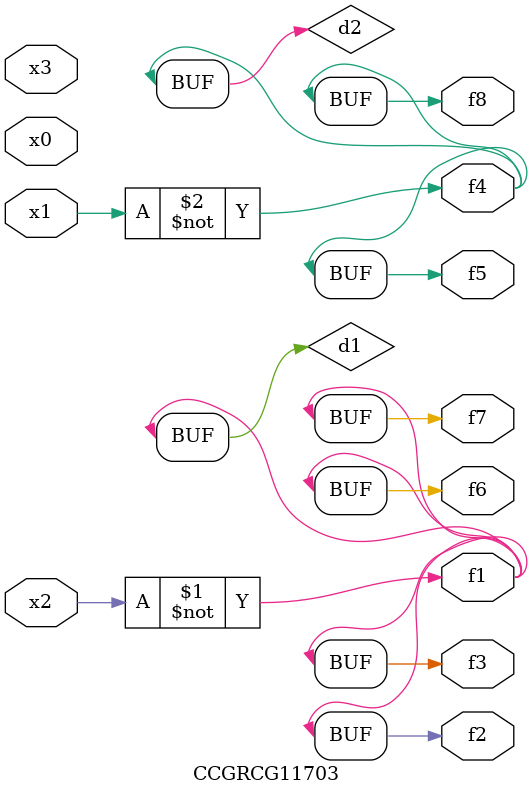
<source format=v>
module CCGRCG11703(
	input x0, x1, x2, x3,
	output f1, f2, f3, f4, f5, f6, f7, f8
);

	wire d1, d2;

	xnor (d1, x2);
	not (d2, x1);
	assign f1 = d1;
	assign f2 = d1;
	assign f3 = d1;
	assign f4 = d2;
	assign f5 = d2;
	assign f6 = d1;
	assign f7 = d1;
	assign f8 = d2;
endmodule

</source>
